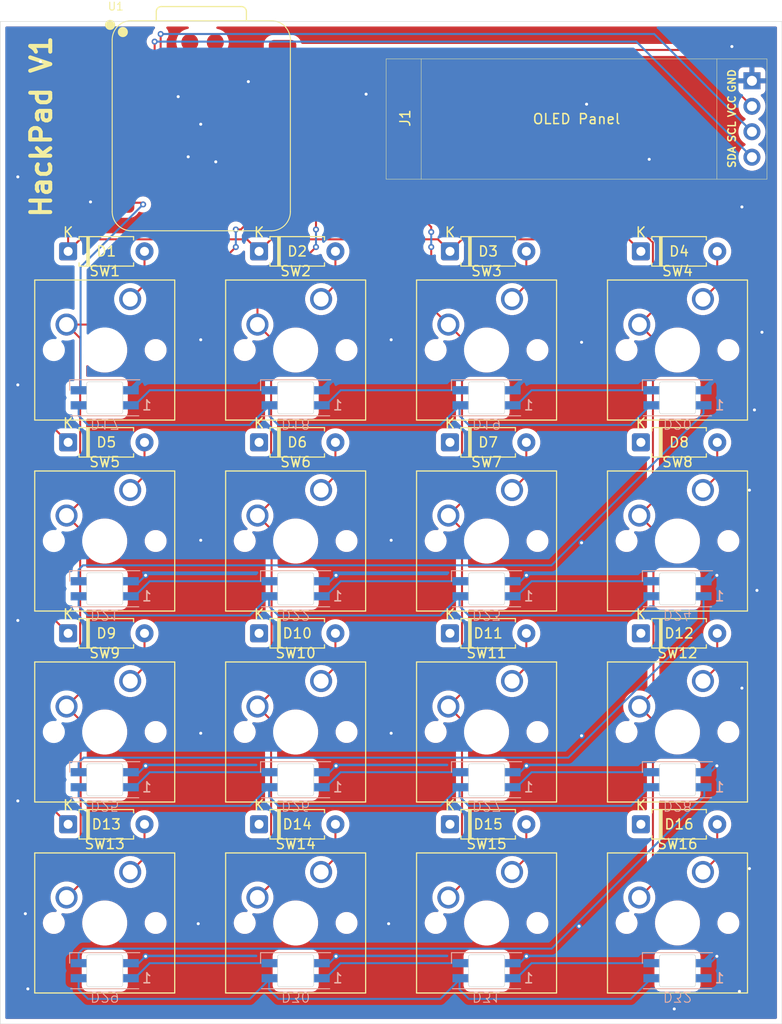
<source format=kicad_pcb>
(kicad_pcb (version 20241229) (generator "pcbnew") (generator_version "9.0")
  (layers (0 "F.Cu" signal) (2 "B.Cu" signal) (13 "F.Paste" user) (15 "B.Paste" user) (5 "F.SilkS" user "F.Silkscreen") (7 "B.SilkS" user "B.Silkscreen") (1 "F.Mask" user) (3 "B.Mask" user) (25 "Edge.Cuts" user))
  (net 0 "")
  (net 1 "ROW1")
  (net 2 "Net-(D1-A)")
  (net 3 "Net-(D2-A)")
  (net 4 "Net-(D3-A)")
  (net 5 "Net-(D4-A)")
  (net 6 "Net-(D5-A)")
  (net 7 "ROW2")
  (net 8 "Net-(D6-A)")
  (net 9 "Net-(D7-A)")
  (net 10 "Net-(D8-A)")
  (net 11 "ROW3")
  (net 12 "Net-(D9-A)")
  (net 13 "Net-(D10-A)")
  (net 14 "Net-(D11-A)")
  (net 15 "Net-(D12-A)")
  (net 16 "ROW4")
  (net 17 "Net-(D13-A)")
  (net 18 "Net-(D14-A)")
  (net 19 "Net-(D15-A)")
  (net 20 "Net-(D16-A)")
  (net 21 "GND")
  (net 22 "LEDs")
  (net 23 "Net-(D17-DOUT)")
  (net 24 "VBUS")
  (net 25 "Net-(D18-DOUT)")
  (net 26 "Net-(D19-DOUT)")
  (net 27 "Net-(D20-DOUT)")
  (net 28 "Net-(D21-DOUT)")
  (net 29 "Net-(D22-DOUT)")
  (net 30 "Net-(D23-DOUT)")
  (net 31 "Net-(D24-DOUT)")
  (net 32 "Net-(D25-DOUT)")
  (net 33 "Net-(D26-DOUT)")
  (net 34 "Net-(D27-DOUT)")
  (net 35 "Net-(D28-DOUT)")
  (net 36 "Net-(D29-DOUT)")
  (net 37 "Net-(D30-DOUT)")
  (net 38 "Net-(D31-DOUT)")
  (net 40 "SCL")
  (net 41 "SDA")
  (net 42 "COL1")
  (net 43 "COL2")
  (net 44 "COL3")
  (net 45 "COL4")
  (net 46 "+3.3V")
  (footprint "Button_Switch_Keyboard:SW_Cherry_MX_1.00u_PCB" (layer "F.Cu") (at 111.1105 57.695)
    (property "Reference" "SW4")
    (property "Value" "MX")
  )
  (footprint "Button_Switch_Keyboard:SW_Cherry_MX_1.00u_PCB" (layer "F.Cu") (at 111.1105 76.745)
    (property "Reference" "SW8")
    (property "Value" "MX")
  )
  (footprint "Button_Switch_Keyboard:SW_Cherry_MX_1.00u_PCB" (layer "F.Cu") (at 92.0605 76.745)
    (property "Reference" "SW7")
    (property "Value" "MX")
  )
  (footprint "Diode_THT:D_A-405_P7.62mm_Horizontal" (layer "F.Cu") (at 104.91925 71.9825)
    (property "Reference" "D8")
    (property "Value" "1N4148")
  )
  (footprint "Diode_THT:D_A-405_P7.62mm_Horizontal" (layer "F.Cu") (at 66.81925 91.0325)
    (property "Reference" "D10")
    (property "Value" "1N4148")
  )
  (footprint "Diode_THT:D_A-405_P7.62mm_Horizontal" (layer "F.Cu") (at 85.86925 110.0825)
    (property "Reference" "D15")
    (property "Value" "1N4148")
  )
  (footprint "Button_Switch_Keyboard:SW_Cherry_MX_1.00u_PCB" (layer "F.Cu") (at 92.0605 95.795)
    (property "Reference" "SW11")
    (property "Value" "MX")
  )
  (footprint "Diode_THT:D_A-405_P7.62mm_Horizontal" (layer "F.Cu") (at 47.76925 110.0825)
    (property "Reference" "D13")
    (property "Value" "1N4148")
  )
  (footprint "OPL_XIAO:XIAO-RP2040-SMD" (layer "F.Cu") (at 61 40.46)
    (property "Reference" "U1")
    (property "Value" "XIAO-RP2040-SMD")
  )
  (footprint "Diode_THT:D_A-405_P7.62mm_Horizontal" (layer "F.Cu") (at 66.81925 52.9325)
    (property "Reference" "D2")
    (property "Value" "1N4148")
  )
  (footprint "0.91_OLED_display:SSD1306-0.91-OLED-4pin-128x32" (layer "F.Cu") (at 79.5 33.73)
    (property "Reference" "J1")
    (property "Value" "0.91 OLED Display")
  )
  (footprint "Diode_THT:D_A-405_P7.62mm_Horizontal" (layer "F.Cu") (at 85.86925 52.9325)
    (property "Reference" "D3")
    (property "Value" "1N4148")
  )
  (footprint "Button_Switch_Keyboard:SW_Cherry_MX_1.00u_PCB" (layer "F.Cu") (at 73.0105 95.795)
    (property "Reference" "SW10")
    (property "Value" "MX")
  )
  (footprint "Diode_THT:D_A-405_P7.62mm_Horizontal" (layer "F.Cu") (at 47.76925 91.0325)
    (property "Reference" "D9")
    (property "Value" "1N4148")
  )
  (footprint "Diode_THT:D_A-405_P7.62mm_Horizontal" (layer "F.Cu") (at 47.76925 52.9325)
    (property "Reference" "D1")
    (property "Value" "1N4148")
  )
  (footprint "Button_Switch_Keyboard:SW_Cherry_MX_1.00u_PCB" (layer "F.Cu") (at 53.9605 76.745)
    (property "Reference" "SW5")
    (property "Value" "MX")
  )
  (footprint "Diode_THT:D_A-405_P7.62mm_Horizontal" (layer "F.Cu") (at 85.86925 91.0325)
    (property "Reference" "D11")
    (property "Value" "1N4148")
  )
  (footprint "Button_Switch_Keyboard:SW_Cherry_MX_1.00u_PCB" (layer "F.Cu") (at 53.9605 95.795)
    (property "Reference" "SW9")
    (property "Value" "MX")
  )
  (footprint "Button_Switch_Keyboard:SW_Cherry_MX_1.00u_PCB" (layer "F.Cu") (at 92.0605 57.695)
    (property "Reference" "SW3")
    (property "Value" "MX")
  )
  (footprint "Button_Switch_Keyboard:SW_Cherry_MX_1.00u_PCB" (layer "F.Cu") (at 53.9605 57.695)
    (property "Reference" "SW1")
    (property "Value" "MX")
  )
  (footprint "Button_Switch_Keyboard:SW_Cherry_MX_1.00u_PCB" (layer "F.Cu") (at 111.1105 95.795)
    (property "Reference" "SW12")
    (property "Value" "MX")
  )
  (footprint "Diode_THT:D_A-405_P7.62mm_Horizontal" (layer "F.Cu") (at 66.81925 71.9825)
    (property "Reference" "D6")
    (property "Value" "1N4148")
  )
  (footprint "Button_Switch_Keyboard:SW_Cherry_MX_1.00u_PCB" (layer "F.Cu") (at 73.0105 76.745)
    (property "Reference" "SW6")
    (property "Value" "MX")
  )
  (footprint "Button_Switch_Keyboard:SW_Cherry_MX_1.00u_PCB" (layer "F.Cu") (at 92.0605 114.845)
    (property "Reference" "SW15")
    (property "Value" "MX")
  )
  (footprint "Diode_THT:D_A-405_P7.62mm_Horizontal" (layer "F.Cu") (at 47.76925 71.9825)
    (property "Reference" "D5")
    (property "Value" "1N4148")
  )
  (footprint "Diode_THT:D_A-405_P7.62mm_Horizontal" (layer "F.Cu") (at 104.91925 110.0825)
    (property "Reference" "D16")
    (property "Value" "1N4148")
  )
  (footprint "Button_Switch_Keyboard:SW_Cherry_MX_1.00u_PCB" (layer "F.Cu") (at 73.0105 114.845)
    (property "Reference" "SW14")
    (property "Value" "MX")
  )
  (footprint "Button_Switch_Keyboard:SW_Cherry_MX_1.00u_PCB" (layer "F.Cu") (at 111.1105 114.845)
    (property "Reference" "SW16")
    (property "Value" "MX")
  )
  (footprint "Diode_THT:D_A-405_P7.62mm_Horizontal" (layer "F.Cu") (at 85.86925 71.9825)
    (property "Reference" "D7")
    (property "Value" "1N4148")
  )
  (footprint "Diode_THT:D_A-405_P7.62mm_Horizontal" (layer "F.Cu") (at 104.91925 52.9325)
    (property "Reference" "D4")
    (property "Value" "1N4148")
  )
  (footprint "Button_Switch_Keyboard:SW_Cherry_MX_1.00u_PCB" (layer "F.Cu") (at 73.0105 57.695)
    (property "Reference" "SW2")
    (property "Value" "MX")
  )
  (footprint "Diode_THT:D_A-405_P7.62mm_Horizontal" (layer "F.Cu") (at 66.81925 110.0825)
    (property "Reference" "D14")
    (property "Value" "1N4148")
  )
  (footprint "Button_Switch_Keyboard:SW_Cherry_MX_1.00u_PCB" (layer "F.Cu") (at 53.9605 114.845)
    (property "Reference" "SW13")
    (property "Value" "MX")
  )
  (footprint "Diode_THT:D_A-405_P7.62mm_Horizontal" (layer "F.Cu") (at 104.91925 91.0325)
    (property "Reference" "D12")
    (property "Value" "1N4148")
  )
  (footprint "LED_SK6812MINI-E:LED_SK6812MINI-E_PLCC4_3.2x2.8mm_P1.5mm" (layer "B.Cu") (at 108.5705 86.5875)
    (property "Reference" "D24")
    (property "Value" "SK6812MINI")
    (fp_line (start -1.8 1.4) (end -1.8 -1.4) (stroke (width 0.05)) (layer "Edge.Cuts"))
    (fp_line (start -1.6 -1.6) (end 1.6 -1.6) (stroke (width 0.05)) (layer "Edge.Cuts"))
    (fp_line (start -1.6 1.6) (end 1.6 1.6) (stroke (width 0.05)) (layer "Edge.Cuts"))
    (fp_line (start 1.8 1.4) (end 1.8 -1.4) (stroke (width 0.05)) (layer "Edge.Cuts"))
    (fp_arc (start -1.8 -1.4) (mid -1.741421 -1.541421) (end -1.6 -1.6) (stroke (width 0.05)) (layer "Edge.Cuts"))
    (fp_arc (start -1.6 1.6) (mid -1.741421 1.541421) (end -1.8 1.4) (stroke (width 0.05)) (layer "Edge.Cuts"))
    (fp_arc (start 1.6 -1.6) (mid 1.741421 -1.541421) (end 1.8 -1.4) (stroke (width 0.05)) (layer "Edge.Cuts"))
    (fp_arc (start 1.8 1.4) (mid 1.741421 1.541421) (end 1.6 1.6) (stroke (width 0.05)) (layer "Edge.Cuts"))
  )
  (footprint "LED_SK6812MINI-E:LED_SK6812MINI-E_PLCC4_3.2x2.8mm_P1.5mm" (layer "B.Cu") (at 51.4205 124.6875)
    (property "Reference" "D29")
    (property "Value" "SK6812MINI")
    (fp_line (start -1.8 1.4) (end -1.8 -1.4) (stroke (width 0.05)) (layer "Edge.Cuts"))
    (fp_line (start -1.6 -1.6) (end 1.6 -1.6) (stroke (width 0.05)) (layer "Edge.Cuts"))
    (fp_line (start -1.6 1.6) (end 1.6 1.6) (stroke (width 0.05)) (layer "Edge.Cuts"))
    (fp_line (start 1.8 1.4) (end 1.8 -1.4) (stroke (width 0.05)) (layer "Edge.Cuts"))
    (fp_arc (start -1.8 -1.4) (mid -1.741421 -1.541421) (end -1.6 -1.6) (stroke (width 0.05)) (layer "Edge.Cuts"))
    (fp_arc (start -1.6 1.6) (mid -1.741421 1.541421) (end -1.8 1.4) (stroke (width 0.05)) (layer "Edge.Cuts"))
    (fp_arc (start 1.6 -1.6) (mid 1.741421 -1.541421) (end 1.8 -1.4) (stroke (width 0.05)) (layer "Edge.Cuts"))
    (fp_arc (start 1.8 1.4) (mid 1.741421 1.541421) (end 1.6 1.6) (stroke (width 0.05)) (layer "Edge.Cuts"))
  )
  (footprint "LED_SK6812MINI-E:LED_SK6812MINI-E_PLCC4_3.2x2.8mm_P1.5mm" (layer "B.Cu") (at 70.4705 67.5375)
    (property "Reference" "D18")
    (property "Value" "SK6812MINI")
    (fp_line (start -1.8 1.4) (end -1.8 -1.4) (stroke (width 0.05)) (layer "Edge.Cuts"))
    (fp_line (start -1.6 -1.6) (end 1.6 -1.6) (stroke (width 0.05)) (layer "Edge.Cuts"))
    (fp_line (start -1.6 1.6) (end 1.6 1.6) (stroke (width 0.05)) (layer "Edge.Cuts"))
    (fp_line (start 1.8 1.4) (end 1.8 -1.4) (stroke (width 0.05)) (layer "Edge.Cuts"))
    (fp_arc (start -1.8 -1.4) (mid -1.741421 -1.541421) (end -1.6 -1.6) (stroke (width 0.05)) (layer "Edge.Cuts"))
    (fp_arc (start -1.6 1.6) (mid -1.741421 1.541421) (end -1.8 1.4) (stroke (width 0.05)) (layer "Edge.Cuts"))
    (fp_arc (start 1.6 -1.6) (mid 1.741421 -1.541421) (end 1.8 -1.4) (stroke (width 0.05)) (layer "Edge.Cuts"))
    (fp_arc (start 1.8 1.4) (mid 1.741421 1.541421) (end 1.6 1.6) (stroke (width 0.05)) (layer "Edge.Cuts"))
  )
  (footprint "LED_SK6812MINI-E:LED_SK6812MINI-E_PLCC4_3.2x2.8mm_P1.5mm" (layer "B.Cu") (at 89.5205 105.6375)
    (property "Reference" "D27")
    (property "Value" "SK6812MINI")
    (fp_line (start -1.8 1.4) (end -1.8 -1.4) (stroke (width 0.05)) (layer "Edge.Cuts"))
    (fp_line (start -1.6 -1.6) (end 1.6 -1.6) (stroke (width 0.05)) (layer "Edge.Cuts"))
    (fp_line (start -1.6 1.6) (end 1.6 1.6) (stroke (width 0.05)) (layer "Edge.Cuts"))
    (fp_line (start 1.8 1.4) (end 1.8 -1.4) (stroke (width 0.05)) (layer "Edge.Cuts"))
    (fp_arc (start -1.8 -1.4) (mid -1.741421 -1.541421) (end -1.6 -1.6) (stroke (width 0.05)) (layer "Edge.Cuts"))
    (fp_arc (start -1.6 1.6) (mid -1.741421 1.541421) (end -1.8 1.4) (stroke (width 0.05)) (layer "Edge.Cuts"))
    (fp_arc (start 1.6 -1.6) (mid 1.741421 -1.541421) (end 1.8 -1.4) (stroke (width 0.05)) (layer "Edge.Cuts"))
    (fp_arc (start 1.8 1.4) (mid 1.741421 1.541421) (end 1.6 1.6) (stroke (width 0.05)) (layer "Edge.Cuts"))
  )
  (footprint "LED_SK6812MINI-E:LED_SK6812MINI-E_PLCC4_3.2x2.8mm_P1.5mm" (layer "B.Cu") (at 89.5205 67.5375)
    (property "Reference" "D19")
    (property "Value" "SK6812MINI")
    (fp_line (start -1.8 1.4) (end -1.8 -1.4) (stroke (width 0.05)) (layer "Edge.Cuts"))
    (fp_line (start -1.6 -1.6) (end 1.6 -1.6) (stroke (width 0.05)) (layer "Edge.Cuts"))
    (fp_line (start -1.6 1.6) (end 1.6 1.6) (stroke (width 0.05)) (layer "Edge.Cuts"))
    (fp_line (start 1.8 1.4) (end 1.8 -1.4) (stroke (width 0.05)) (layer "Edge.Cuts"))
    (fp_arc (start -1.8 -1.4) (mid -1.741421 -1.541421) (end -1.6 -1.6) (stroke (width 0.05)) (layer "Edge.Cuts"))
    (fp_arc (start -1.6 1.6) (mid -1.741421 1.541421) (end -1.8 1.4) (stroke (width 0.05)) (layer "Edge.Cuts"))
    (fp_arc (start 1.6 -1.6) (mid 1.741421 -1.541421) (end 1.8 -1.4) (stroke (width 0.05)) (layer "Edge.Cuts"))
    (fp_arc (start 1.8 1.4) (mid 1.741421 1.541421) (end 1.6 1.6) (stroke (width 0.05)) (layer "Edge.Cuts"))
  )
  (footprint "LED_SK6812MINI-E:LED_SK6812MINI-E_PLCC4_3.2x2.8mm_P1.5mm" (layer "B.Cu") (at 51.4205 67.5375)
    (property "Reference" "D17")
    (property "Value" "SK6812MINI")
    (fp_line (start -1.8 1.4) (end -1.8 -1.4) (stroke (width 0.05)) (layer "Edge.Cuts"))
    (fp_line (start -1.6 -1.6) (end 1.6 -1.6) (stroke (width 0.05)) (layer "Edge.Cuts"))
    (fp_line (start -1.6 1.6) (end 1.6 1.6) (stroke (width 0.05)) (layer "Edge.Cuts"))
    (fp_line (start 1.8 1.4) (end 1.8 -1.4) (stroke (width 0.05)) (layer "Edge.Cuts"))
    (fp_arc (start -1.8 -1.4) (mid -1.741421 -1.541421) (end -1.6 -1.6) (stroke (width 0.05)) (layer "Edge.Cuts"))
    (fp_arc (start -1.6 1.6) (mid -1.741421 1.541421) (end -1.8 1.4) (stroke (width 0.05)) (layer "Edge.Cuts"))
    (fp_arc (start 1.6 -1.6) (mid 1.741421 -1.541421) (end 1.8 -1.4) (stroke (width 0.05)) (layer "Edge.Cuts"))
    (fp_arc (start 1.8 1.4) (mid 1.741421 1.541421) (end 1.6 1.6) (stroke (width 0.05)) (layer "Edge.Cuts"))
  )
  (footprint "LED_SK6812MINI-E:LED_SK6812MINI-E_PLCC4_3.2x2.8mm_P1.5mm" (layer "B.Cu") (at 70.4705 86.5875)
    (property "Reference" "D22")
    (property "Value" "SK6812MINI")
    (fp_line (start -1.8 1.4) (end -1.8 -1.4) (stroke (width 0.05)) (layer "Edge.Cuts"))
    (fp_line (start -1.6 -1.6) (end 1.6 -1.6) (stroke (width 0.05)) (layer "Edge.Cuts"))
    (fp_line (start -1.6 1.6) (end 1.6 1.6) (stroke (width 0.05)) (layer "Edge.Cuts"))
    (fp_line (start 1.8 1.4) (end 1.8 -1.4) (stroke (width 0.05)) (layer "Edge.Cuts"))
    (fp_arc (start -1.8 -1.4) (mid -1.741421 -1.541421) (end -1.6 -1.6) (stroke (width 0.05)) (layer "Edge.Cuts"))
    (fp_arc (start -1.6 1.6) (mid -1.741421 1.541421) (end -1.8 1.4) (stroke (width 0.05)) (layer "Edge.Cuts"))
    (fp_arc (start 1.6 -1.6) (mid 1.741421 -1.541421) (end 1.8 -1.4) (stroke (width 0.05)) (layer "Edge.Cuts"))
    (fp_arc (start 1.8 1.4) (mid 1.741421 1.541421) (end 1.6 1.6) (stroke (width 0.05)) (layer "Edge.Cuts"))
  )
  (footprint "LED_SK6812MINI-E:LED_SK6812MINI-E_PLCC4_3.2x2.8mm_P1.5mm" (layer "B.Cu") (at 51.4205 86.5875)
    (property "Reference" "D21")
    (property "Value" "SK6812MINI")
    (fp_line (start -1.8 1.4) (end -1.8 -1.4) (stroke (width 0.05)) (layer "Edge.Cuts"))
    (fp_line (start -1.6 -1.6) (end 1.6 -1.6) (stroke (width 0.05)) (layer "Edge.Cuts"))
    (fp_line (start -1.6 1.6) (end 1.6 1.6) (stroke (width 0.05)) (layer "Edge.Cuts"))
    (fp_line (start 1.8 1.4) (end 1.8 -1.4) (stroke (width 0.05)) (layer "Edge.Cuts"))
    (fp_arc (start -1.8 -1.4) (mid -1.741421 -1.541421) (end -1.6 -1.6) (stroke (width 0.05)) (layer "Edge.Cuts"))
    (fp_arc (start -1.6 1.6) (mid -1.741421 1.541421) (end -1.8 1.4) (stroke (width 0.05)) (layer "Edge.Cuts"))
    (fp_arc (start 1.6 -1.6) (mid 1.741421 -1.541421) (end 1.8 -1.4) (stroke (width 0.05)) (layer "Edge.Cuts"))
    (fp_arc (start 1.8 1.4) (mid 1.741421 1.541421) (end 1.6 1.6) (stroke (width 0.05)) (layer "Edge.Cuts"))
  )
  (footprint "LED_SK6812MINI-E:LED_SK6812MINI-E_PLCC4_3.2x2.8mm_P1.5mm" (layer "B.Cu") (at 108.5705 124.6875)
    (property "Reference" "D32")
    (property "Value" "SK6812MINI")
    (fp_line (start -1.8 1.4) (end -1.8 -1.4) (stroke (width 0.05)) (layer "Edge.Cuts"))
    (fp_line (start -1.6 -1.6) (end 1.6 -1.6) (stroke (width 0.05)) (layer "Edge.Cuts"))
    (fp_line (start -1.6 1.6) (end 1.6 1.6) (stroke (width 0.05)) (layer "Edge.Cuts"))
    (fp_line (start 1.8 1.4) (end 1.8 -1.4) (stroke (width 0.05)) (layer "Edge.Cuts"))
    (fp_arc (start -1.8 -1.4) (mid -1.741421 -1.541421) (end -1.6 -1.6) (stroke (width 0.05)) (layer "Edge.Cuts"))
    (fp_arc (start -1.6 1.6) (mid -1.741421 1.541421) (end -1.8 1.4) (stroke (width 0.05)) (layer "Edge.Cuts"))
    (fp_arc (start 1.6 -1.6) (mid 1.741421 -1.541421) (end 1.8 -1.4) (stroke (width 0.05)) (layer "Edge.Cuts"))
    (fp_arc (start 1.8 1.4) (mid 1.741421 1.541421) (end 1.6 1.6) (stroke (width 0.05)) (layer "Edge.Cuts"))
  )
  (footprint "LED_SK6812MINI-E:LED_SK6812MINI-E_PLCC4_3.2x2.8mm_P1.5mm" (layer "B.Cu") (at 108.5705 105.6375)
    (property "Reference" "D28")
    (property "Value" "SK6812MINI")
    (fp_line (start -1.8 1.4) (end -1.8 -1.4) (stroke (width 0.05)) (layer "Edge.Cuts"))
    (fp_line (start -1.6 -1.6) (end 1.6 -1.6) (stroke (width 0.05)) (layer "Edge.Cuts"))
    (fp_line (start -1.6 1.6) (end 1.6 1.6) (stroke (width 0.05)) (layer "Edge.Cuts"))
    (fp_line (start 1.8 1.4) (end 1.8 -1.4) (stroke (width 0.05)) (layer "Edge.Cuts"))
    (fp_arc (start -1.8 -1.4) (mid -1.741421 -1.541421) (end -1.6 -1.6) (stroke (width 0.05)) (layer "Edge.Cuts"))
    (fp_arc (start -1.6 1.6) (mid -1.741421 1.541421) (end -1.8 1.4) (stroke (width 0.05)) (layer "Edge.Cuts"))
    (fp_arc (start 1.6 -1.6) (mid 1.741421 -1.541421) (end 1.8 -1.4) (stroke (width 0.05)) (layer "Edge.Cuts"))
    (fp_arc (start 1.8 1.4) (mid 1.741421 1.541421) (end 1.6 1.6) (stroke (width 0.05)) (layer "Edge.Cuts"))
  )
  (footprint "LED_SK6812MINI-E:LED_SK6812MINI-E_PLCC4_3.2x2.8mm_P1.5mm" (layer "B.Cu") (at 89.5205 124.6875)
    (property "Reference" "D31")
    (property "Value" "SK6812MINI")
    (fp_line (start -1.8 1.4) (end -1.8 -1.4) (stroke (width 0.05)) (layer "Edge.Cuts"))
    (fp_line (start -1.6 -1.6) (end 1.6 -1.6) (stroke (width 0.05)) (layer "Edge.Cuts"))
    (fp_line (start -1.6 1.6) (end 1.6 1.6) (stroke (width 0.05)) (layer "Edge.Cuts"))
    (fp_line (start 1.8 1.4) (end 1.8 -1.4) (stroke (width 0.05)) (layer "Edge.Cuts"))
    (fp_arc (start -1.8 -1.4) (mid -1.741421 -1.541421) (end -1.6 -1.6) (stroke (width 0.05)) (layer "Edge.Cuts"))
    (fp_arc (start -1.6 1.6) (mid -1.741421 1.541421) (end -1.8 1.4) (stroke (width 0.05)) (layer "Edge.Cuts"))
    (fp_arc (start 1.6 -1.6) (mid 1.741421 -1.541421) (end 1.8 -1.4) (stroke (width 0.05)) (layer "Edge.Cuts"))
    (fp_arc (start 1.8 1.4) (mid 1.741421 1.541421) (end 1.6 1.6) (stroke (width 0.05)) (layer "Edge.Cuts"))
  )
  (footprint "LED_SK6812MINI-E:LED_SK6812MINI-E_PLCC4_3.2x2.8mm_P1.5mm" (layer "B.Cu") (at 51.4205 105.6375)
    (property "Reference" "D25")
    (property "Value" "SK6812MINI")
    (fp_line (start -1.8 1.4) (end -1.8 -1.4) (stroke (width 0.05)) (layer "Edge.Cuts"))
    (fp_line (start -1.6 -1.6) (end 1.6 -1.6) (stroke (width 0.05)) (layer "Edge.Cuts"))
    (fp_line (start -1.6 1.6) (end 1.6 1.6) (stroke (width 0.05)) (layer "Edge.Cuts"))
    (fp_line (start 1.8 1.4) (end 1.8 -1.4) (stroke (width 0.05)) (layer "Edge.Cuts"))
    (fp_arc (start -1.8 -1.4) (mid -1.741421 -1.541421) (end -1.6 -1.6) (stroke (width 0.05)) (layer "Edge.Cuts"))
    (fp_arc (start -1.6 1.6) (mid -1.741421 1.541421) (end -1.8 1.4) (stroke (width 0.05)) (layer "Edge.Cuts"))
    (fp_arc (start 1.6 -1.6) (mid 1.741421 -1.541421) (end 1.8 -1.4) (stroke (width 0.05)) (layer "Edge.Cuts"))
    (fp_arc (start 1.8 1.4) (mid 1.741421 1.541421) (end 1.6 1.6) (stroke (width 0.05)) (layer "Edge.Cuts"))
  )
  (footprint "LED_SK6812MINI-E:LED_SK6812MINI-E_PLCC4_3.2x2.8mm_P1.5mm" (layer "B.Cu") (at 70.4705 124.6875)
    (property "Reference" "D30")
    (property "Value" "SK6812MINI")
    (fp_line (start -1.8 1.4) (end -1.8 -1.4) (stroke (width 0.05)) (layer "Edge.Cuts"))
    (fp_line (start -1.6 -1.6) (end 1.6 -1.6) (stroke (width 0.05)) (layer "Edge.Cuts"))
    (fp_line (start -1.6 1.6) (end 1.6 1.6) (stroke (width 0.05)) (layer "Edge.Cuts"))
    (fp_line (start 1.8 1.4) (end 1.8 -1.4) (stroke (width 0.05)) (layer "Edge.Cuts"))
    (fp_arc (start -1.8 -1.4) (mid -1.741421 -1.541421) (end -1.6 -1.6) (stroke (width 0.05)) (layer "Edge.Cuts"))
    (fp_arc (start -1.6 1.6) (mid -1.741421 1.541421) (end -1.8 1.4) (stroke (width 0.05)) (layer "Edge.Cuts"))
    (fp_arc (start 1.6 -1.6) (mid 1.741421 -1.541421) (end 1.8 -1.4) (stroke (width 0.05)) (layer "Edge.Cuts"))
    (fp_arc (start 1.8 1.4) (mid 1.741421 1.541421) (end 1.6 1.6) (stroke (width 0.05)) (layer "Edge.Cuts"))
  )
  (footprint "LED_SK6812MINI-E:LED_SK6812MINI-E_PLCC4_3.2x2.8mm_P1.5mm" (layer "B.Cu") (at 108.5705 67.5375)
    (property "Reference" "D20")
    (property "Value" "SK6812MINI")
    (fp_line (start -1.8 1.4) (end -1.8 -1.4) (stroke (width 0.05)) (layer "Edge.Cuts"))
    (fp_line (start -1.6 -1.6) (end 1.6 -1.6) (stroke (width 0.05)) (layer "Edge.Cuts"))
    (fp_line (start -1.6 1.6) (end 1.6 1.6) (stroke (width 0.05)) (layer "Edge.Cuts"))
    (fp_line (start 1.8 1.4) (end 1.8 -1.4) (stroke (width 0.05)) (layer "Edge.Cuts"))
    (fp_arc (start -1.8 -1.4) (mid -1.741421 -1.541421) (end -1.6 -1.6) (stroke (width 0.05)) (layer "Edge.Cuts"))
    (fp_arc (start -1.6 1.6) (mid -1.741421 1.541421) (end -1.8 1.4) (stroke (width 0.05)) (layer "Edge.Cuts"))
    (fp_arc (start 1.6 -1.6) (mid 1.741421 -1.541421) (end 1.8 -1.4) (stroke (width 0.05)) (layer "Edge.Cuts"))
    (fp_arc (start 1.8 1.4) (mid 1.741421 1.541421) (end 1.6 1.6) (stroke (width 0.05)) (layer "Edge.Cuts"))
  )
  (footprint "LED_SK6812MINI-E:LED_SK6812MINI-E_PLCC4_3.2x2.8mm_P1.5mm" (layer "B.Cu") (at 89.5205 86.5875)
    (property "Reference" "D23")
    (property "Value" "SK6812MINI")
    (fp_line (start -1.8 1.4) (end -1.8 -1.4) (stroke (width 0.05)) (layer "Edge.Cuts"))
    (fp_line (start -1.6 -1.6) (end 1.6 -1.6) (stroke (width 0.05)) (layer "Edge.Cuts"))
    (fp_line (start -1.6 1.6) (end 1.6 1.6) (stroke (width 0.05)) (layer "Edge.Cuts"))
    (fp_line (start 1.8 1.4) (end 1.8 -1.4) (stroke (width 0.05)) (layer "Edge.Cuts"))
    (fp_arc (start -1.8 -1.4) (mid -1.741421 -1.541421) (end -1.6 -1.6) (stroke (width 0.05)) (layer "Edge.Cuts"))
    (fp_arc (start -1.6 1.6) (mid -1.741421 1.541421) (end -1.8 1.4) (stroke (width 0.05)) (layer "Edge.Cuts"))
    (fp_arc (start 1.6 -1.6) (mid 1.741421 -1.541421) (end 1.8 -1.4) (stroke (width 0.05)) (layer "Edge.Cuts"))
    (fp_arc (start 1.8 1.4) (mid 1.741421 1.541421) (end 1.6 1.6) (stroke (width 0.05)) (layer "Edge.Cuts"))
  )
  (footprint "LED_SK6812MINI-E:LED_SK6812MINI-E_PLCC4_3.2x2.8mm_P1.5mm" (layer "B.Cu") (at 70.4705 105.6375)
    (property "Reference" "D26")
    (property "Value" "SK6812MINI")
    (fp_line (start -1.8 1.4) (end -1.8 -1.4) (stroke (width 0.05)) (layer "Edge.Cuts"))
    (fp_line (start -1.6 -1.6) (end 1.6 -1.6) (stroke (width 0.05)) (layer "Edge.Cuts"))
    (fp_line (start -1.6 1.6) (end 1.6 1.6) (stroke (width 0.05)) (layer "Edge.Cuts"))
    (fp_line (start 1.8 1.4) (end 1.8 -1.4) (stroke (width 0.05)) (layer "Edge.Cuts"))
    (fp_arc (start -1.8 -1.4) (mid -1.741421 -1.541421) (end -1.6 -1.6) (stroke (width 0.05)) (layer "Edge.Cuts"))
    (fp_arc (start -1.6 1.6) (mid -1.741421 1.541421) (end -1.8 1.4) (stroke (width 0.05)) (layer "Edge.Cuts"))
    (fp_arc (start 1.6 -1.6) (mid 1.741421 -1.541421) (end 1.8 -1.4) (stroke (width 0.05)) (layer "Edge.Cuts"))
    (fp_arc (start 1.8 1.4) (mid 1.741421 1.541421) (end 1.6 1.6) (stroke (width 0.05)) (layer "Edge.Cuts"))
  )
  (gr_rect (start 40.9955 30) (end 118.9955 130) (stroke (width 0.05)) (fill no) (layer "Edge.Cuts"))
  (gr_text "HackPad V1" (at 46.25 49.75 90) (layer "F.SilkS") (effects (font (size 2 2) (thickness 0.4) (bold yes)) (justify left bottom)))
  (segment (start 65.61825 51.7315) (end 48.97025 51.7315) (width 0.2) (layer "F.Cu") (net 1))
  (segment (start 87.07025 51.7315) (end 85.86925 52.9325) (width 0.2) (layer "F.Cu") (net 1))
  (segment (start 85.86925 52.9325) (end 84.66825 51.7315) (width 0.2) (layer "F.Cu") (net 1))
  (segment (start 66.81925 52.9325) (end 65.61825 51.7315) (width 0.2) (layer "F.Cu") (net 1))
  (segment (start 48.97025 51.7315) (end 47.76925 52.9325) (width 0.2) (layer "F.Cu") (net 1))
  (segment (start 84.66825 51.7315) (end 68.02025 51.7315) (width 0.2) (layer "F.Cu") (net 1))
  (segment (start 47.76925 45.69075) (end 47.76925 52.9325) (width 0.2) (layer "F.Cu") (net 1))
  (segment (start 68.02025 51.7315) (end 66.81925 52.9325) (width 0.2) (layer "F.Cu") (net 1))
  (segment (start 104.91925 52.9325) (end 103.71825 51.7315) (width 0.2) (layer "F.Cu") (net 1))
  (segment (start 103.71825 51.7315) (end 87.07025 51.7315) (width 0.2) (layer "F.Cu") (net 1))
  (segment (start 53 40.46) (end 47.76925 45.69075) (width 0.2) (layer "F.Cu") (net 1))
  (segment (start 55.38925 52.9325) (end 55.38925 56.26625) (width 0.2) (layer "F.Cu") (net 2))
  (segment (start 55.38925 56.26625) (end 53.9605 57.695) (width 0.2) (layer "F.Cu") (net 2))
  (segment (start 74.43925 56.26625) (end 74.43925 52.9325) (width 0.2) (layer "F.Cu") (net 3))
  (segment (start 73.0105 57.695) (end 74.43925 56.26625) (width 0.2) (layer "F.Cu") (net 3))
  (segment (start 93.48925 56.26625) (end 93.48925 52.9325) (width 0.2) (layer "F.Cu") (net 4))
  (segment (start 92.0605 57.695) (end 93.48925 56.26625) (width 0.2) (layer "F.Cu") (net 4))
  (segment (start 112.53925 56.26625) (end 112.53925 52.9325) (width 0.2) (layer "F.Cu") (net 5))
  (segment (start 111.1105 57.695) (end 112.53925 56.26625) (width 0.2) (layer "F.Cu") (net 5))
  (segment (start 53.9605 76.745) (end 55.38925 75.31625) (width 0.2) (layer "F.Cu") (net 6))
  (segment (start 55.38925 75.31625) (end 55.38925 71.9825) (width 0.2) (layer "F.Cu") (net 6))
  (segment (start 45.1395 69.35275) (end 47.76925 71.9825) (width 0.2) (layer "F.Cu") (net 7))
  (segment (start 45.1395 45.7805) (end 45.1395 69.35275) (width 0.2) (layer "F.Cu") (net 7))
  (segment (start 53 37.92) (end 45.1395 45.7805) (width 0.2) (layer "F.Cu") (net 7))
  (segment (start 74.43925 75.31625) (end 74.43925 71.9825) (width 0.2) (layer "F.Cu") (net 8))
  (segment (start 73.0105 76.745) (end 74.43925 75.31625) (width 0.2) (layer "F.Cu") (net 8))
  (segment (start 92.0605 76.745) (end 93.48925 75.31625) (width 0.2) (layer "F.Cu") (net 9))
  (segment (start 93.48925 75.31625) (end 93.48925 71.9825) (width 0.2) (layer "F.Cu") (net 9))
  (segment (start 112.53925 75.31625) (end 112.53925 71.9825) (width 0.2) (layer "F.Cu") (net 10))
  (segment (start 111.1105 76.745) (end 112.53925 75.31625) (width 0.2) (layer "F.Cu") (net 10))
  (segment (start 53 35.38) (end 44.7385 43.6415) (width 0.2) (layer "F.Cu") (net 11))
  (segment (start 44.7385 88.00175) (end 47.76925 91.0325) (width 0.2) (layer "F.Cu") (net 11))
  (segment (start 44.7385 43.6415) (end 44.7385 88.00175) (width 0.2) (layer "F.Cu") (net 11))
  (segment (start 55.38925 94.36625) (end 55.38925 91.0325) (width 0.2) (layer "F.Cu") (net 12))
  (segment (start 53.9605 95.795) (end 55.38925 94.36625) (width 0.2) (layer "F.Cu") (net 12))
  (segment (start 74.43925 94.36625) (end 74.43925 91.0325) (width 0.2) (layer "F.Cu") (net 13))
  (segment (start 73.0105 95.795) (end 74.43925 94.36625) (width 0.2) (layer "F.Cu") (net 13))
  (segment (start 93.48925 94.36625) (end 93.48925 91.0325) (width 0.2) (layer "F.Cu") (net 14))
  (segment (start 92.0605 95.795) (end 93.48925 94.36625) (width 0.2) (layer "F.Cu") (net 14))
  (segment (start 112.53925 94.36625) (end 112.53925 91.0325) (width 0.2) (layer "F.Cu") (net 15))
  (segment (start 111.1105 95.795) (end 112.53925 94.36625) (width 0.2) (layer "F.Cu") (net 15))
  (segment (start 44.3375 41.5025) (end 44.3375 106.65075) (width 0.2) (layer "F.Cu") (net 16))
  (segment (start 53 32.84) (end 44.3375 41.5025) (width 0.2) (layer "F.Cu") (net 16))
  (segment (start 44.3375 106.65075) (end 47.76925 110.0825) (width 0.2) (layer "F.Cu") (net 16))
  (segment (start 53.9605 114.845) (end 55.38925 113.41625) (width 0.2) (layer "F.Cu") (net 17))
  (segment (start 55.38925 113.41625) (end 55.38925 110.0825) (width 0.2) (layer "F.Cu") (net 17))
  (segment (start 73.0105 114.845) (end 74.43925 113.41625) (width 0.2) (layer "F.Cu") (net 18))
  (segment (start 74.43925 113.41625) (end 74.43925 110.0825) (width 0.2) (layer "F.Cu") (net 18))
  (segment (start 93.48925 113.41625) (end 93.48925 110.0825) (width 0.2) (layer "F.Cu") (net 19))
  (segment (start 92.0605 114.845) (end 93.48925 113.41625) (width 0.2) (layer "F.Cu") (net 19))
  (segment (start 112.53925 113.41625) (end 112.53925 110.0825) (width 0.2) (layer "F.Cu") (net 20))
  (segment (start 111.1105 114.845) (end 112.53925 113.41625) (width 0.2) (layer "F.Cu") (net 20))
  (via (at 74.5 104.25) (size 0.6) (drill 0.3) (layers "F.Cu" "B.Cu") (net 21))
  (via (at 43.75 126.5) (size 0.6) (drill 0.3) (layers "F.Cu" "B.Cu") (net 21))
  (via (at 74.5 123.25) (size 0.6) (drill 0.3) (layers "F.Cu" "B.Cu") (net 21))
  (via (at 42.75 89.75) (size 0.6) (drill 0.3) (layers "F.Cu" "B.Cu") (net 21))
  (via (at 93.5 104.25) (size 0.6) (drill 0.3) (layers "F.Cu" "B.Cu") (net 21))
  (via (at 112.5 104.25) (size 0.6) (drill 0.3) (layers "F.Cu" "B.Cu") (net 21))
  (via (at 112.5 123.25) (size 0.6) (drill 0.3) (layers "F.Cu" "B.Cu") (net 21))
  (via (at 114 32.5) (size 0.6) (drill 0.3) (layers "F.Cu" "B.Cu") (net 21))
  (via (at 61 101) (size 0.6) (drill 0.3) (layers "F.Cu" "B.Cu") (net 21))
  (via (at 60.75 120) (size 0.6) (drill 0.3) (layers "F.Cu" "B.Cu") (net 21))
  (via (at 105.75 43.75) (size 0.6) (drill 0.3) (layers "F.Cu" "B.Cu") (net 21))
  (via (at 65.75 36) (size 0.6) (drill 0.3) (layers "F.Cu" "B.Cu") (net 21))
  (via (at 115.75 76.75) (size 0.6) (drill 0.3) (layers "F.Cu" "B.Cu") (net 21))
  (via (at 99 62) (size 0.6) (drill 0.3) (layers "F.Cu" "B.Cu") (net 21))
  (via (at 108.25 128.5) (size 0.6) (drill 0.3) (layers "F.Cu" "B.Cu") (net 21))
  (via (at 117 61) (size 0.6) (drill 0.3) (layers "F.Cu" "B.Cu") (net 21))
  (via (at 50 48) (size 0.6) (drill 0.3) (layers "F.Cu" "B.Cu") (net 21))
  (via (at 80 81.75) (size 0.6) (drill 0.3) (layers "F.Cu" "B.Cu") (net 21))
  (via (at 80 61.75) (size 0.6) (drill 0.3) (layers "F.Cu" "B.Cu") (net 21))
  (via (at 55.5 85.25) (size 0.6) (drill 0.3) (layers "F.Cu" "B.Cu") (net 21))
  (via (at 99 82) (size 0.6) (drill 0.3) (layers "F.Cu" "B.Cu") (net 21))
  (via (at 116.25 68.75) (size 0.6) (drill 0.3) (layers "F.Cu" "B.Cu") (net 21))
  (via (at 74.5 85.25) (size 0.6) (drill 0.3) (layers "F.Cu" "B.Cu") (net 21))
  (via (at 115.75 114.5) (size 0.6) (drill 0.3) (layers "F.Cu" "B.Cu") (net 21))
  (via (at 115 96.5) (size 0.6) (drill 0.3) (layers "F.Cu" "B.Cu") (net 21))
  (via (at 42.75 66.25) (size 0.6) (drill 0.3) (layers "F.Cu" "B.Cu") (net 21))
  (via (at 55.5 104.25) (size 0.6) (drill 0.3) (layers "F.Cu" "B.Cu") (net 21))
  (via (at 61 81.75) (size 0.6) (drill 0.3) (layers "F.Cu" "B.Cu") (net 21))
  (via (at 114.75 126.75) (size 0.6) (drill 0.3) (layers "F.Cu" "B.Cu") (net 21))
  (via (at 79.75 120) (size 0.6) (drill 0.3) (layers "F.Cu" "B.Cu") (net 21))
  (via (at 42.75 45.5) (size 0.6) (drill 0.3) (layers "F.Cu" "B.Cu") (net 21))
  (via (at 43.5 119) (size 0.6) (drill 0.3) (layers "F.Cu" "B.Cu") (net 21))
  (via (at 99.5 38.25) (size 0.6) (drill 0.3) (layers "F.Cu" "B.Cu") (net 21))
  (via (at 80 101) (size 0.6) (drill 0.3) (layers "F.Cu" "B.Cu") (net 21))
  (via (at 93.5 123.25) (size 0.6) (drill 0.3) (layers "F.Cu" "B.Cu") (net 21))
  (via (at 59.75 43.5) (size 0.6) (drill 0.3) (layers "F.Cu" "B.Cu") (net 21))
  (via (at 61 40.25) (size 0.6) (drill 0.3) (layers "F.Cu" "B.Cu") (net 21))
  (via (at 112.5 85.25) (size 0.6) (drill 0.3) (layers "F.Cu" "B.Cu") (net 21))
  (via (at 77.5 37.25) (size 0.6) (drill 0.3) (layers "F.Cu" "B.Cu") (net 21))
  (via (at 98.75 120.25) (size 0.6) (drill 0.3) (layers "F.Cu" "B.Cu") (net 21))
  (via (at 58.75 37.5) (size 0.6) (drill 0.3) (layers "F.Cu" "B.Cu") (net 21))
  (via (at 115 48.5) (size 0.6) (drill 0.3) (layers "F.Cu" "B.Cu") (net 21))
  (via (at 99 101.25) (size 0.6) (drill 0.3) (layers "F.Cu" "B.Cu") (net 21))
  (via (at 61 61.75) (size 0.6) (drill 0.3) (layers "F.Cu" "B.Cu") (net 21))
  (via (at 116.5 86.75) (size 0.6) (drill 0.3) (layers "F.Cu" "B.Cu") (net 21))
  (via (at 42.75 107.75) (size 0.6) (drill 0.3) (layers "F.Cu" "B.Cu") (net 21))
  (via (at 62.5 44) (size 0.6) (drill 0.3) (layers "F.Cu" "B.Cu") (net 21))
  (via (at 93.5 85.25) (size 0.6) (drill 0.3) (layers "F.Cu" "B.Cu") (net 21))
  (via (at 45 34) (size 0.6) (drill 0.3) (layers "F.Cu" "B.Cu") (net 21))
  (via (at 55.5 123.25) (size 0.6) (drill 0.3) (layers "F.Cu" "B.Cu") (net 21))
  (segment (start 54.8125 85.9375) (end 55.5 85.25) (width 0.2) (layer "B.Cu") (net 21))
  (segment (start 111.8125 85.9375) (end 112.5 85.25) (width 0.2) (layer "B.Cu") (net 21))
  (segment (start 54.0205 123.9375) (end 54.8125 123.9375) (width 0.2) (layer "B.Cu") (net 21))
  (segment (start 73.0205 85.9375) (end 73.8125 85.9375) (width 0.2) (layer "B.Cu") (net 21))
  (segment (start 92.0205 85.9375) (end 92.8125 85.9375) (width 0.2) (layer "B.Cu") (net 21))
  (segment (start 92.0205 104.9375) (end 92.8125 104.9375) (width 0.2) (layer "B.Cu") (net 21))
  (segment (start 73.8125 104.9375) (end 74.5 104.25) (width 0.2) (layer "B.Cu") (net 21))
  (segment (start 73.8125 85.9375) (end 74.5 85.25) (width 0.2) (layer "B.Cu") (net 21))
  (segment (start 73.0205 104.9375) (end 73.8125 104.9375) (width 0.2) (layer "B.Cu") (net 21))
  (segment (start 92.8125 123.9375) (end 93.5 123.25) (width 0.2) (layer "B.Cu") (net 21))
  (segment (start 92.8125 104.9375) (end 93.5 104.25) (width 0.2) (layer "B.Cu") (net 21))
  (segment (start 111.8125 123.9375) (end 112.5 123.25) (width 0.2) (layer "B.Cu") (net 21))
  (segment (start 111.0205 104.9375) (end 111.8125 104.9375) (width 0.2) (layer "B.Cu") (net 21))
  (segment (start 111.0205 85.9375) (end 111.8125 85.9375) (width 0.2) (layer "B.Cu") (net 21))
  (segment (start 54.0205 85.9375) (end 54.8125 85.9375) (width 0.2) (layer "B.Cu") (net 21))
  (segment (start 73.0205 123.9375) (end 73.8125 123.9375) (width 0.2) (layer "B.Cu") (net 21))
  (segment (start 54.0205 104.9375) (end 54.8125 104.9375) (width 0.2) (layer "B.Cu") (net 21))
  (segment (start 54.8125 123.9375) (end 55.5 123.25) (width 0.2) (layer "B.Cu") (net 21))
  (segment (start 92.8125 85.9375) (end 93.5 85.25) (width 0.2) (layer "B.Cu") (net 21))
  (segment (start 111.0205 123.9375) (end 111.8125 123.9375) (width 0.2) (layer "B.Cu") (net 21))
  (segment (start 92.0205 123.9375) (end 92.8125 123.9375) (width 0.2) (layer "B.Cu") (net 21))
  (segment (start 111.8125 104.9375) (end 112.5 104.25) (width 0.2) (layer "B.Cu") (net 21))
  (segment (start 73.8125 123.9375) (end 74.5 123.25) (width 0.2) (layer "B.Cu") (net 21))
  (segment (start 54.8125 104.9375) (end 55.5 104.25) (width 0.2) (layer "B.Cu") (net 21))
  (segment (start 55.08 48.08) (end 55.25 48.25) (width 0.2) (layer "F.Cu") (net 22))
  (segment (start 53 48.08) (end 55.08 48.08) (width 0.2) (layer "F.Cu") (net 22))
  (via (at 55.25 48.25) (size 0.6) (drill 0.3) (layers "F.Cu" "B.Cu") (net 22))
  (segment (start 55.25 48.25) (end 49.0115 54.4885) (width 0.2) (layer "B.Cu") (net 22))
  (segment (start 49.0115 54.4885) (end 49.0115 66.5965) (width 0.2) (layer "B.Cu") (net 22))
  (segment (start 49.0115 66.5965) (end 48.8205 66.7875) (width 0.2) (layer "B.Cu") (net 22))
  (segment (start 55.9105 66.7875) (end 67.8705 66.7875) (width 0.2) (layer "B.Cu") (net 23))
  (segment (start 54.4105 68.2875) (end 55.9105 66.7875) (width 0.2) (layer "B.Cu") (net 23))
  (segment (start 54.0205 68.2875) (end 54.4105 68.2875) (width 0.2) (layer "B.Cu") (net 23))
  (segment (start 69.165 32.84) (end 110.38 32.84) (width 0.2) (layer "F.Cu") (net 24))
  (segment (start 110.38 32.84) (end 116 38.46) (width 0.2) (layer "F.Cu") (net 24))
  (segment (start 86.8205 107.3205) (end 86.8205 106.2875) (width 0.2) (layer "B.Cu") (net 24))
  (segment (start 103.908 127.5) (end 87.75 127.5) (width 0.2) (layer "B.Cu") (net 24))
  (segment (start 49.75 108.25) (end 48.8205 107.3205) (width 0.2) (layer "B.Cu") (net 24))
  (segment (start 84.908 108.25) (end 68.75 108.25) (width 0.2) (layer "B.Cu") (net 24))
  (segment (start 68.75 89.25) (end 67.8205 88.3205) (width 0.2) (layer "B.Cu") (net 24))
  (segment (start 84.908 70.25) (end 68.75 70.25) (width 0.2) (layer "B.Cu") (net 24))
  (segment (start 67.8705 68.2875) (end 65.908 70.25) (width 0.2) (layer "B.Cu") (net 24))
  (segment (start 67.8705 125.5375) (end 65.908 127.5) (width 0.2) (layer "B.Cu") (net 24))
  (segment (start 87.75 89.25) (end 86.8205 88.3205) (width 0.2) (layer "B.Cu") (net 24))
  (segment (start 84.908 89.25) (end 68.75 89.25) (width 0.2) (layer "B.Cu") (net 24))
  (segment (start 105.8705 125.5375) (end 103.908 127.5) (width 0.2) (layer "B.Cu") (net 24))
  (segment (start 67.8205 107.3205) (end 67.8205 106.2875) (width 0.2) (layer "B.Cu") (net 24))
  (segment (start 86.8205 88.3205) (end 86.8205 87.2875) (width 0.2) (layer "B.Cu") (net 24))
  (segment (start 48.8205 69.3205) (end 48.8205 68.2875) (width 0.2) (layer "B.Cu") (net 24))
  (segment (start 103.908 108.25) (end 87.75 108.25) (width 0.2) (layer "B.Cu") (net 24))
  (segment (start 67.8205 69.3205) (end 67.8205 68.2875) (width 0.2) (layer "B.Cu") (net 24))
  (segment (start 87.75 127.5) (end 86.8205 126.5705) (width 0.2) (layer "B.Cu") (net 24))
  (segment (start 105.8705 68.2875) (end 103.908 70.25) (width 0.2) (layer "B.Cu") (net 24))
  (segment (start 67.8705 106.2875) (end 65.908 108.25) (width 0.2) (layer "B.Cu") (net 24))
  (segment (start 68.75 70.25) (end 67.8205 69.3205) (width 0.2) (layer "B.Cu") (net 24))
  (segment (start 65.908 70.25) (end 49.75 70.25) (width 0.2) (layer "B.Cu") (net 24))
  (segment (start 105.8705 87.2875) (end 103.908 89.25) (width 0.2) (layer "B.Cu") (net 24))
  (segment (start 86.8705 87.2875) (end 84.908 89.25) (width 0.2) (layer "B.Cu") (net 24))
  (segment (start 86.8705 106.2875) (end 84.908 108.25) (width 0.2) (layer "B.Cu") (net 24))
  (segment (start 48.8205 107.3205) (end 48.8205 106.2875) (width 0.2) (layer "B.Cu") (net 24))
  (segment (start 68.75 108.25) (end 67.8205 107.3205) (width 0.2) (layer "B.Cu") (net 24))
  (segment (start 86.8705 125.5375) (end 84.908 127.5) (width 0.2) (layer "B.Cu") (net 24))
  (segment (start 103.908 89.25) (end 87.75 89.25) (width 0.2) (layer "B.Cu") (net 24))
  (segment (start 48.8205 126.5705) (end 48.8205 125.5375) (width 0.2) (layer "B.Cu") (net 24))
  (segment (start 87.75 108.25) (end 86.8205 107.3205) (width 0.2) (layer "B.Cu") (net 24))
  (segment (start 49.75 70.25) (end 48.8205 69.3205) (width 0.2) (layer "B.Cu") (net 24))
  (segment (start 105.8705 106.2875) (end 103.908 108.25) (width 0.2) (layer "B.Cu") (net 24))
  (segment (start 84.908 127.5) (end 68.75 127.5) (width 0.2) (layer "B.Cu") (net 24))
  (segment (start 86.8705 68.2875) (end 84.908 70.25) (width 0.2) (layer "B.Cu") (net 24))
  (segment (start 49.75 89.25) (end 48.8205 88.3205) (width 0.2) (layer "B.Cu") (net 24))
  (segment (start 87.75 70.25) (end 86.8205 69.3205) (width 0.2) (layer "B.Cu") (net 24))
  (segment (start 65.908 127.5) (end 49.75 127.5) (width 0.2) (layer "B.Cu") (net 24))
  (segment (start 67.8705 87.2875) (end 65.908 89.25) (width 0.2) (layer "B.Cu") (net 24))
  (segment (start 48.8205 88.3205) (end 48.8205 87.2875) (width 0.2) (layer "B.Cu") (net 24))
  (segment (start 67.8205 126.5705) (end 67.8205 125.5375) (width 0.2) (layer "B.Cu") (net 24))
  (segment (start 67.8205 88.3205) (end 67.8205 87.2875) (width 0.2) (layer "B.Cu") (net 24))
  (segment (start 86.8205 69.3205) (end 86.8205 68.2875) (width 0.2) (layer "B.Cu") (net 24))
  (segment (start 49.75 127.5) (end 48.8205 126.5705) (width 0.2) (layer "B.Cu") (net 24))
  (segment (start 103.908 70.25) (end 87.75 70.25) (width 0.2) (layer "B.Cu") (net 24))
  (segment (start 68.75 127.5) (end 67.8205 126.5705) (width 0.2) (layer "B.Cu") (net 24))
  (segment (start 65.908 89.25) (end 49.75 89.25) (width 0.2) (layer "B.Cu") (net 24))
  (segment (start 86.8205 126.5705) (end 86.8205 125.5375) (width 0.2) (layer "B.Cu") (net 24))
  (segment (start 65.908 108.25) (end 49.75 108.25) (width 0.2) (layer "B.Cu") (net 24))
  (segment (start 73.4605 68.2875) (end 74.9605 66.7875) (width 0.2) (layer "B.Cu") (net 25))
  (segment (start 74.9605 66.7875) (end 86.9205 66.7875) (width 0.2) (layer "B.Cu") (net 25))
  (segment (start 73.0705 68.2875) (end 73.4605 68.2875) (width 0.2) (layer "B.Cu") (net 25))
  (segment (start 94.0105 66.7875) (end 105.9705 66.7875) (width 0.2) (layer "B.Cu") (net 26))
  (segment (start 92.5105 68.2875) (end 94.0105 66.7875) (width 0.2) (layer "B.Cu") (net 26))
  (segment (start 92.1205 68.2875) (end 92.5105 68.2875) (width 0.2) (layer "B.Cu") (net 26))
  (segment (start 111.1705 68.2875) (end 111.1705 69.0795) (width 0.2) (layer "B.Cu") (net 27))
  (segment (start 49.25 84.25) (end 48.8205 84.6795) (width 0.2) (layer "B.Cu") (net 27))
  (segment (start 111.1705 69.0795) (end 96 84.25) (width 0.2) (layer "B.Cu") (net 27))
  (segment (start 48.8205 84.6795) (end 48.8205 85.8375) (width 0.2) (layer "B.Cu") (net 27))
  (segment (start 96 84.25) (end 49.25 84.25) (width 0.2) (layer "B.Cu") (net 27))
  (segment (start 55.9105 85.8375) (end 67.8705 85.8375) (width 0.2) (layer "B.Cu") (net 28))
  (segment (start 54.4105 87.3375) (end 55.9105 85.8375) (width 0.2) (layer "B.Cu") (net 28))
  (segment (start 54.0205 87.3375) (end 54.4105 87.3375) (width 0.2) (layer "B.Cu") (net 28))
  (segment (start 74.9605 85.8375) (end 86.9205 85.8375) (width 0.2) (layer "B.Cu") (net 29))
  (segment (start 73.0705 87.3375) (end 73.4605 87.3375) (width 0.2) (layer "B.Cu") (net 29))
  (segment (start 73.4605 87.3375) (end 74.9605 85.8375) (width 0.2) (layer "B.Cu") (net 29))
  (segment (start 94.0105 85.8375) (end 105.9705 85.8375) (width 0.2) (layer "B.Cu") (net 30))
  (segment (start 92.1205 87.3375) (end 92.5105 87.3375) (width 0.2) (layer "B.Cu") (net 30))
  (segment (start 92.5105 87.3375) (end 94.0105 85.8375) (width 0.2) (layer "B.Cu") (net 30))
  (segment (start 111.1705 87.3375) (end 111.1705 89.943686) (width 0.2) (layer "B.Cu") (net 31))
  (segment (start 49.3135 103.4365) (end 48.8205 103.9295) (width 0.2) (layer "B.Cu") (net 31))
  (segment (start 97.677686 103.4365) (end 49.3135 103.4365) (width 0.2) (layer "B.Cu") (net 31))
  (segment (start 48.8205 103.9295) (end 48.8205 104.8875) (width 0.2) (layer "B.Cu") (net 31))
  (segment (start 111.1705 89.943686) (end 97.677686 103.4365) (width 0.2) (layer "B.Cu") (net 31))
  (segment (start 54.0205 106.3875) (end 54.4105 106.3875) (width 0.2) (layer "B.Cu") (net 32))
  (segment (start 55.9105 104.8875) (end 67.8705 104.8875) (width 0.2) (layer "B.Cu") (net 32))
  (segment (start 54.4105 106.3875) (end 55.9105 104.8875) (width 0.2) (layer "B.Cu") (net 32))
  (segment (start 74.9605 104.8875) (end 86.9205 104.8875) (width 0.2) (layer "B.Cu") (net 33))
  (segment (start 73.4605 106.3875) (end 74.9605 104.8875) (width 0.2) (layer "B.Cu") (net 33))
  (segment (start 73.0705 106.3875) (end 73.4605 106.3875) (width 0.2) (layer "B.Cu") (net 33))
  (segment (start 94.0105 104.8875) (end 105.9705 104.8875) (width 0.2) (layer "B.Cu") (net 34))
  (segment (start 92.5105 106.3875) (end 94.0105 104.8875) (width 0.2) (layer "B.Cu") (net 34))
  (segment (start 92.1205 106.3875) (end 92.5105 106.3875) (width 0.2) (layer "B.Cu") (net 34))
  (segment (start 49.2635 122.4865) (end 48.8205 122.9295) (width 0.2) (layer "B.Cu") (net 35))
  (segment (start 48.8205 122.9295) (end 48.8205 123.9375) (width 0.2) (layer "B.Cu") (net 35))
  (segment (start 111.25 106.467) (end 111.25 107.25) (width 0.2) (layer "B.Cu") (net 35))
  (segment (start 111.25 107.25) (end 96.0135 122.4865) (width 0.2) (layer "B.Cu") (net 35))
  (segment (start 96.0135 122.4865) (end 49.2635 122.4865) (width 0.2) (layer "B.Cu") (net 35))
  (segment (start 111.1705 106.3875) (end 111.25 106.467) (width 0.2) (layer "B.Cu") (net 35))
  (segment (start 55.9105 123.9375) (end 67.8705 123.9375) (width 0.2) (layer "B.Cu") (net 36))
  (segment (start 54.0205 125.4375) (end 54.4105 125.4375) (width 0.2) (layer "B.Cu") (net 36))
  (segment (start 54.4105 125.4375) (end 55.9105 123.9375) (width 0.2) (layer "B.Cu") (net 36))
  (segment (start 73.4605 125.4375) (end 74.9605 123.9375) (width 0.2) (layer "B.Cu") (net 37))
  (segment (start 73.0705 125.4375) (end 73.4605 125.4375) (width 0.2) (layer "B.Cu") (net 37))
  (segment (start 74.9605 123.9375) (end 86.9205 123.9375) (width 0.2) (layer "B.Cu") (net 37))
  (segment (start 92.5105 125.4375) (end 94.0105 123.9375) (width 0.2) (layer "B.Cu") (net 38))
  (segment (start 94.0105 123.9375) (end 105.9705 123.9375) (width 0.2) (layer "B.Cu") (net 38))
  (segment (start 92.1205 125.4375) (end 92.5105 125.4375) (width 0.2) (layer "B.Cu") (net 38))
  (segment (start 53 45.54) (end 57 41.54) (width 0.2) (layer "F.Cu") (net 40))
  (segment (start 57 41.54) (end 57 31.25) (width 0.2) (layer "F.Cu") (net 40))
  (via (at 57 31.25) (size 0.6) (drill 0.3) (layers "F.Cu" "B.Cu") (net 40))
  (segment (start 57 31.25) (end 106.25 31.25) (width 0.2) (layer "B.Cu") (net 40))
  (segment (start 106.25 31.25) (end 116 41) (width 0.2) (layer "B.Cu") (net 40))
  (segment (start 56.4 39.6) (end 56.4 32.008949) (width 0.2) (layer "F.Cu") (net 41))
  (segment (start 53 43) (end 56.4 39.6) (width 0.2) (layer "F.Cu") (net 41))
  (via (at 56.4 32.008949) (size 0.6) (drill 0.3) (layers "F.Cu" "B.Cu") (net 41))
  (segment (start 56.4 32.008949) (end 104.468949 32.008949) (width 0.2) (layer "B.Cu") (net 41))
  (segment (start 104.468949 32.008949) (end 116 43.54) (width 0.2) (layer "B.Cu") (net 41))
  (segment (start 49.0195 99.744) (end 47.6105 98.335) (width 0.2) (layer "F.Cu") (net 42))
  (segment (start 64.5 50.75) (end 65 50.75) (width 0.2) (layer "F.Cu") (net 42))
  (segment (start 48.97025 80.64475) (end 47.6105 79.285) (width 0.2) (layer "F.Cu") (net 42))
  (segment (start 48.97025 96.97525) (end 48.97025 80.64475) (width 0.2) (layer "F.Cu") (net 42))
  (segment (start 47.6105 98.335) (end 48.97025 96.97525) (width 0.2) (layer "F.Cu") (net 42))
  (segment (start 49.0195 115.976) (end 49.0195 99.744) (width 0.2) (layer "F.Cu") (net 42))
  (segment (start 56.765 60.235) (end 64.5 52.5) (width 0.2) (layer "F.Cu") (net 42))
  (segment (start 48.97025 77.92525) (end 48.97025 61.59475) (width 0.2) (layer "F.Cu") (net 42))
  (segment (start 47.6105 117.385) (end 49.0195 115.976) (width 0.2) (layer "F.Cu") (net 42))
  (segment (start 47.6105 60.235) (end 56.765 60.235) (width 0.2) (layer "F.Cu") (net 42))
  (segment (start 48.97025 61.59475) (end 47.6105 60.235) (width 0.2) (layer "F.Cu") (net 42))
  (segment (start 47.6105 79.285) (end 48.97025 77.92525) (width 0.2) (layer "F.Cu") (net 42))
  (segment (start 67.67 48.08) (end 69.165 48.08) (width 0.2) (layer "F.Cu") (net 42))
  (segment (start 65 50.75) (end 67.67 48.08) (width 0.2) (layer "F.Cu") (net 42))
  (via (at 64.5 50.75) (size 0.6) (drill 0.3) (layers "F.Cu" "B.Cu") (net 42))
  (via (at 64.5 52.5) (size 0.6) (drill 0.3) (layers "F.Cu" "B.Cu") (net 42))
  (segment (start 64.5 52.5) (end 64.5 50.75) (width 0.2) (layer "B.Cu") (net 42))
  (segment (start 72.04 45.54) (end 69.165 45.54) (width 0.2) (layer "F.Cu") (net 43))
  (segment (start 66.6605 98.335) (end 68.0695 96.926) (width 0.2) (layer "F.Cu") (net 43))
  (segment (start 66.6605 79.285) (end 68.02025 77.92525) (width 0.2) (layer "F.Cu") (net 43))
  (segment (start 66.6605 117.385) (end 68.02025 116.02525) (width 0.2) (layer "F.Cu") (net 43))
  (segment (start 68.0695 80.694) (end 66.6605 79.285) (width 0.2) (layer "F.Cu") (net 43))
  (segment (start 68.02025 116.02525) (end 68.02025 99.69475) (width 0.2) (layer "F.Cu") (net 43))
  (segment (start 68.0695 96.926) (end 68.0695 80.694) (width 0.2) (layer "F.Cu") (net 43))
  (segment (start 68.02025 99.69475) (end 66.6605 98.335) (width 0.2) (layer "F.Cu") (net 43))
  (segment (start 66.6605 60.235) (end 66.6605 58.3395) (width 0.2) (layer "F.Cu") (net 43))
  (segment (start 72.5 50.75) (end 72.5 46) (width 0.2) (layer "F.Cu") (net 43))
  (segment (start 68.02025 77.92525) (end 68.02025 61.59475) (width 0.2) (layer "F.Cu") (net 43))
  (segment (start 66.6605 58.3395) (end 72.5 52.5) (width 0.2) (layer "F.Cu") (net 43))
  (segment (start 68.02025 61.59475) (end 66.6605 60.235) (width 0.2) (layer "F.Cu") (net 43))
  (segment (start 72.5 46) (end 72.04 45.54) (width 0.2) (layer "F.Cu") (net 43))
  (via (at 72.5 52.5) (size 0.6) (drill 0.3) (layers "F.Cu" "B.Cu") (net 43))
  (via (at 72.5 50.75) (size 0.6) (drill 0.3) (layers "F.Cu" "B.Cu") (net 43))
  (segment (start 72.5 52.5) (end 72.5 50.75) (width 0.2) (layer "B.Cu") (net 43))
  (segment (start 84 51) (end 84 50.5) (width 0.2) (layer "F.Cu") (net 44))
  (segment (start 87.07025 96.97525) (end 87.07025 80.64475) (width 0.2) (layer "F.Cu") (net 44))
  (segment (start 87.07025 61.59475) (end 85.7105 60.235) (width 0.2) (layer "F.Cu") (net 44))
  (segment (start 85.7105 60.235) (end 84 58.5245) (width 0.2) (layer "F.Cu") (net 44))
  (segment (start 84 58.5245) (end 84 52.5) (width 0.2) (layer "F.Cu") (net 44))
  (segment (start 87.07025 116.02525) (end 87.07025 99.69475) (width 0.2) (layer "F.Cu") (net 44))
  (segment (start 87.07025 80.64475) (end 85.7105 79.285) (width 0.2) (layer "F.Cu") (net 44))
  (segment (start 85.7105 98.335) (end 87.07025 96.97525) (width 0.2) (layer "F.Cu") (net 44))
  (segment (start 84 50.5) (end 76.5 43) (width 0.2) (layer "F.Cu") (net 44))
  (segment (start 85.7105 117.385) (end 87.07025 116.02525) (width 0.2) (layer "F.Cu") (net 44))
  (segment (start 87.07025 99.69475) (end 85.7105 98.335) (width 0.2) (layer "F.Cu") (net 44))
  (segment (start 87.07025 77.92525) (end 87.07025 61.59475) (width 0.2) (layer "F.Cu") (net 44))
  (segment (start 85.7105 79.285) (end 87.07025 77.92525) (width 0.2) (layer "F.Cu") (net 44))
  (segment (start 76.5 43) (end 69.165 43) (width 0.2) (layer "F.Cu") (net 44))
  (via (at 84 52.5) (size 0.6) (drill 0.3) (layers "F.Cu" "B.Cu") (net 44))
  (via (at 84 51) (size 0.6) (drill 0.3) (layers "F.Cu" "B.Cu") (net 44))
  (segment (start 84 52.5) (end 84 51) (width 0.2) (layer "B.Cu") (net 44))
  (segment (start 106.12025 77.92525) (end 106.12025 61.59475) (width 0.2) (layer "F.Cu") (net 45))
  (segment (start 106.12025 116.02525) (end 106.12025 99.69475) (width 0.2) (layer "F.Cu") (net 45))
  (segment (start 94.53291 40.46) (end 69.165 40.46) (width 0.2) (layer "F.Cu") (net 45))
  (segment (start 106.12025 61.59475) (end 104.7605 60.235) (width 0.2) (layer "F.Cu") (net 45))
  (segment (start 104.7605 117.385) (end 106.12025 116.02525) (width 0.2) (layer "F.Cu") (net 45))
  (segment (start 106.1695 96.926) (end 106.1695 80.694) (width 0.2) (layer "F.Cu") (net 45))
  (segment (start 106.12025 52.04734) (end 94.53291 40.46) (width 0.2) (layer "F.Cu") (net 45))
  (segment (start 104.7605 79.285) (end 106.12025 77.92525) (width 0.2) (layer "F.Cu") (net 45))
  (segment (start 106.1695 80.694) (end 104.7605 79.285) (width 0.2) (layer "F.Cu") (net 45))
  (segment (start 106.12025 58.87525) (end 106.12025 52.04734) (width 0.2) (layer "F.Cu") (net 45))
  (segment (start 104.7605 98.335) (end 106.1695 96.926) (width 0.2) (layer "F.Cu") (net 45))
  (segment (start 104.7605 60.235) (end 106.12025 58.87525) (width 0.2) (layer "F.Cu") (net 45))
  (segment (start 106.12025 99.69475) (end 104.7605 98.335) (width 0.2) (layer "F.Cu") (net 45))
  (zone (net 21) (net_name "GND") (layers "F.Cu" "B.Cu") (connect_pads (clearance 0.5)) (min_thickness 0.25) (fill yes (thermal_gap 0.5) (thermal_bridge_width 0.5))
    (polygon (pts (xy 41.5 30.5) (xy 118.5 30.5) (xy 118.5 129.5) (xy 41.5 129.5)))
  )
)
</source>
